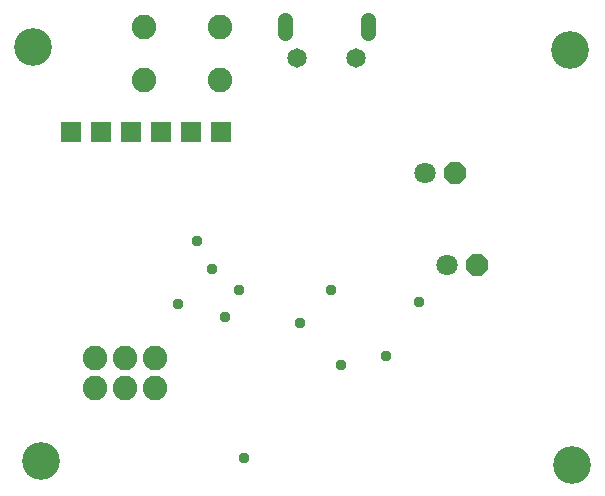
<source format=gbr>
G04 EAGLE Gerber RS-274X export*
G75*
%MOMM*%
%FSLAX34Y34*%
%LPD*%
%INSoldermask Bottom*%
%IPPOS*%
%AMOC8*
5,1,8,0,0,1.08239X$1,22.5*%
G01*
%ADD10C,3.203200*%
%ADD11C,2.082800*%
%ADD12R,1.733200X1.733200*%
%ADD13C,1.653200*%
%ADD14C,1.311200*%
%ADD15P,1.951982X8X22.500000*%
%ADD16C,1.803400*%
%ADD17C,0.959600*%


D10*
X500140Y398940D03*
X45840Y401660D03*
D11*
X98340Y137840D03*
X98340Y112440D03*
X123740Y137840D03*
X123740Y112440D03*
X149140Y137840D03*
X149140Y112440D03*
X204212Y373444D03*
X139188Y373444D03*
X204212Y418656D03*
X139188Y418656D03*
D12*
X204600Y329400D03*
X179200Y329400D03*
X153800Y329400D03*
X128400Y329400D03*
X103000Y329400D03*
X77600Y329400D03*
D10*
X52450Y51340D03*
X501550Y47360D03*
D13*
X319300Y392100D03*
X269300Y392100D03*
D14*
X329300Y413560D02*
X329300Y424640D01*
X259300Y424640D02*
X259300Y413560D01*
D15*
X403200Y294500D03*
D16*
X377800Y294500D03*
D15*
X421400Y216500D03*
D16*
X396000Y216500D03*
D17*
X272000Y168000D03*
X298000Y196000D03*
X372000Y186000D03*
X220027Y196024D03*
X344043Y140018D03*
X168021Y184023D03*
X197358Y213360D03*
X208026Y172687D03*
X224028Y53340D03*
X306705Y132017D03*
X184023Y237363D03*
M02*

</source>
